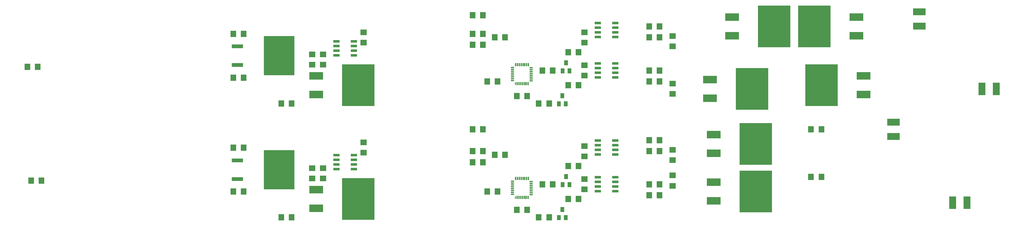
<source format=gtp>
G75*
%MOIN*%
%OFA0B0*%
%FSLAX24Y24*%
%IPPOS*%
%LPD*%
%AMOC8*
5,1,8,0,0,1.08239X$1,22.5*
%
%ADD10C,0.0101*%
%ADD11R,0.0130X0.0320*%
%ADD12R,0.0320X0.0130*%
%ADD13R,0.3299X0.4197*%
%ADD14R,0.1201X0.0400*%
%ADD15R,0.0701X0.0283*%
%ADD16R,0.1500X0.0820*%
%ADD17R,0.3500X0.4500*%
%ADD18R,0.0394X0.0551*%
%ADD19R,0.0630X0.0709*%
%ADD20R,0.0709X0.0630*%
%ADD21R,0.1339X0.0748*%
%ADD22R,0.0748X0.1339*%
D10*
X055778Y003244D02*
X055778Y003464D01*
X055778Y003244D02*
X055748Y003244D01*
X055748Y003464D01*
X055778Y003464D01*
X055778Y003344D02*
X055748Y003344D01*
X055748Y003444D02*
X055778Y003444D01*
X055778Y015449D02*
X055778Y015669D01*
X055778Y015449D02*
X055748Y015449D01*
X055748Y015669D01*
X055778Y015669D01*
X055778Y015549D02*
X055748Y015549D01*
X055748Y015649D02*
X055778Y015649D01*
D11*
X055960Y015559D03*
X056157Y015559D03*
X056354Y015559D03*
X056551Y015559D03*
X056748Y015559D03*
X056944Y015559D03*
X057141Y015559D03*
X057173Y017575D03*
X056976Y017575D03*
X056779Y017575D03*
X056582Y017575D03*
X056385Y017575D03*
X056189Y017575D03*
X055992Y017575D03*
X055795Y017575D03*
X055795Y005370D03*
X055992Y005370D03*
X056189Y005370D03*
X056385Y005370D03*
X056582Y005370D03*
X056779Y005370D03*
X056976Y005370D03*
X057173Y005370D03*
X057141Y003354D03*
X056944Y003354D03*
X056748Y003354D03*
X056551Y003354D03*
X056354Y003354D03*
X056157Y003354D03*
X055960Y003354D03*
D12*
X055460Y003689D03*
X055460Y003886D03*
X055460Y004083D03*
X055460Y004280D03*
X055460Y004476D03*
X055460Y004673D03*
X055460Y004870D03*
X055460Y005067D03*
X057476Y005035D03*
X057476Y004839D03*
X057476Y004642D03*
X057476Y004445D03*
X057476Y004248D03*
X057476Y004051D03*
X057476Y003854D03*
X057476Y003657D03*
X057476Y015862D03*
X057476Y016059D03*
X057476Y016256D03*
X057476Y016453D03*
X057476Y016650D03*
X057476Y016846D03*
X057476Y017043D03*
X057476Y017240D03*
X055460Y017272D03*
X055460Y017075D03*
X055460Y016878D03*
X055460Y016681D03*
X055460Y016484D03*
X055460Y016287D03*
X055460Y016091D03*
X055460Y015894D03*
D13*
X030484Y018535D03*
X030484Y006331D03*
D14*
X026031Y007331D03*
X026031Y005331D03*
X026031Y017535D03*
X026031Y019535D03*
D15*
X036645Y019573D03*
X036645Y019073D03*
X038496Y019073D03*
X038496Y019573D03*
X038496Y020073D03*
X036645Y020073D03*
X036645Y018573D03*
X038496Y018573D03*
X064598Y017711D03*
X064598Y017211D03*
X064598Y016711D03*
X064598Y016211D03*
X066448Y016211D03*
X066448Y016711D03*
X066448Y017211D03*
X066448Y017711D03*
X066448Y020541D03*
X066448Y021041D03*
X066448Y021541D03*
X066448Y022041D03*
X064598Y022041D03*
X064598Y021541D03*
X064598Y021041D03*
X064598Y020541D03*
X064598Y009443D03*
X064598Y008943D03*
X064598Y008443D03*
X064598Y007943D03*
X066448Y007943D03*
X066448Y008443D03*
X066448Y008943D03*
X066448Y009443D03*
X066448Y005506D03*
X066448Y005006D03*
X066448Y004506D03*
X066448Y004006D03*
X064598Y004006D03*
X064598Y004506D03*
X064598Y005006D03*
X064598Y005506D03*
X038496Y006368D03*
X038496Y006868D03*
X036645Y006868D03*
X036645Y006368D03*
X036645Y007368D03*
X038496Y007368D03*
X038496Y007868D03*
X036645Y007868D03*
D16*
X034464Y004181D03*
X034464Y002181D03*
X076984Y002969D03*
X076984Y004969D03*
X076984Y008087D03*
X076984Y010087D03*
X076590Y013992D03*
X076590Y015992D03*
X093039Y016386D03*
X093039Y014386D03*
X092252Y020685D03*
X092252Y022685D03*
X078952Y022685D03*
X078952Y020685D03*
X034464Y016386D03*
X034464Y014386D03*
D17*
X038964Y015386D03*
X081090Y014992D03*
X088539Y015386D03*
X087752Y021685D03*
X083452Y021685D03*
X081484Y009087D03*
X081484Y003969D03*
X038964Y003181D03*
D18*
X060425Y001173D03*
X061173Y001173D03*
X060799Y002039D03*
X060819Y004717D03*
X061567Y004717D03*
X061193Y005583D03*
X061173Y013378D03*
X060425Y013378D03*
X060799Y014244D03*
X060819Y016921D03*
X061567Y016921D03*
X061193Y017787D03*
D19*
X003948Y005150D03*
X005051Y005150D03*
X025602Y003969D03*
X026704Y003969D03*
X030720Y001213D03*
X031822Y001213D03*
X052767Y003969D03*
X053870Y003969D03*
X058673Y004756D03*
X059775Y004756D03*
X061429Y003181D03*
X062531Y003181D03*
X057019Y002000D03*
X055917Y002000D03*
X058279Y001213D03*
X059381Y001213D03*
X070090Y003575D03*
X071193Y003575D03*
X071193Y004756D03*
X070090Y004756D03*
X062531Y006724D03*
X061429Y006724D03*
X054657Y007906D03*
X053555Y007906D03*
X052295Y008299D03*
X051193Y008299D03*
X051193Y007118D03*
X052295Y007118D03*
X052295Y010661D03*
X051193Y010661D03*
X058279Y013417D03*
X059381Y013417D03*
X057019Y014205D03*
X055917Y014205D03*
X061429Y015386D03*
X062531Y015386D03*
X059775Y016961D03*
X058673Y016961D03*
X053870Y015780D03*
X052767Y015780D03*
X061429Y018929D03*
X062531Y018929D03*
X070090Y020504D03*
X071193Y020504D03*
X071193Y021685D03*
X070090Y021685D03*
X054657Y020504D03*
X053555Y020504D03*
X052295Y020898D03*
X051193Y020898D03*
X051193Y019717D03*
X052295Y019717D03*
X052295Y022866D03*
X051193Y022866D03*
X070090Y016961D03*
X071193Y016961D03*
X071193Y015780D03*
X070090Y015780D03*
X087413Y010661D03*
X088515Y010661D03*
X071193Y009480D03*
X070090Y009480D03*
X070090Y008299D03*
X071193Y008299D03*
X087413Y005543D03*
X088515Y005543D03*
X031822Y013417D03*
X030720Y013417D03*
X026704Y016173D03*
X025602Y016173D03*
X025602Y020898D03*
X026704Y020898D03*
X004657Y017354D03*
X003555Y017354D03*
X025602Y008693D03*
X026704Y008693D03*
D20*
X034027Y006488D03*
X035208Y006488D03*
X035208Y005386D03*
X034027Y005386D03*
X039539Y008142D03*
X039539Y009244D03*
X063161Y008850D03*
X063161Y007748D03*
X063161Y005307D03*
X063161Y004205D03*
X072610Y004598D03*
X072610Y005701D03*
X072610Y007354D03*
X072610Y008457D03*
X072610Y014441D03*
X072610Y015543D03*
X063161Y016409D03*
X063161Y017512D03*
X072610Y019559D03*
X072610Y020661D03*
X063161Y021055D03*
X063161Y019953D03*
X039539Y019953D03*
X039539Y021055D03*
X035208Y018693D03*
X034027Y018693D03*
X034027Y017591D03*
X035208Y017591D03*
D21*
X096232Y011429D03*
X096232Y009894D03*
X098988Y021705D03*
X098988Y023240D03*
D22*
X105700Y014992D03*
X107236Y014992D03*
X104086Y002787D03*
X102551Y002787D03*
M02*

</source>
